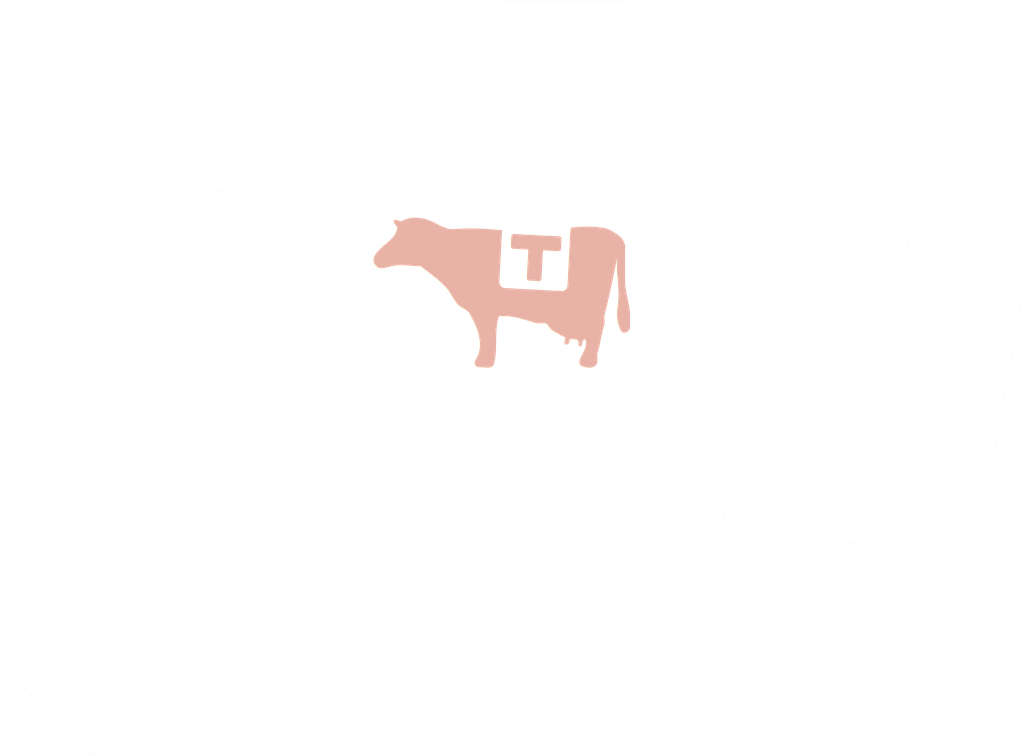
<source format=kicad_pcb>
(kicad_pcb (version 20221018) (generator pcbnew)
  (layers (0 "F.Cu" signal) (31 "B.Cu" signal) (34 "B.Paste" user) (35 "F.Paste" user) (36 "B.SilkS" user "B.Silkscreen") (37 "F.SilkS" user "F.Silkscreen") (38 "B.Mask" user) (39 "F.Mask" user) (44 "Edge.Cuts" user))
  (net 0 "")
  (footprint "MountingHole:MountingHole_3.2mm_M3" (layer "F.Cu") (at 103.357879 116.173919)
    (fp_text reference "MH6" hide)
    (fp_text value "MountingHole_3.2mm_M3" hide)
    (pad "" np_thru_hole circle (at 0 0) (size 2.2 2.2) (drill 2.2) (layers "F&B.Cu" "*.Mask"))
  )
  (footprint "MountingHole:MountingHole_3.2mm_M3" (layer "F.Cu") (at 181.357879 114.673919)
    (fp_text reference "MH7" hide)
    (fp_text value "MountingHole_3.2mm_M3" hide)
    (pad "" np_thru_hole circle (at 0 0) (size 2.2 2.2) (drill 2.2) (layers "F&B.Cu" "*.Mask"))
  )
  (footprint "MountingHole:MountingHole_3.2mm_M3" (layer "F.Cu") (at 126.857879 52.173919)
    (fp_text reference "MH2" hide)
    (fp_text value "MountingHole_3.2mm_M3" hide)
    (pad "" np_thru_hole circle (at 0 0) (size 2.2 2.2) (drill 2.2) (layers "F&B.Cu" "*.Mask"))
  )
  (footprint "MountingHole:MountingHole_3.2mm_M3" (layer "F.Cu") (at 189.179143 77.405445)
    (fp_text reference "MH2" hide)
    (fp_text value "MountingHole_3.2mm_M3" hide)
    (pad "" np_thru_hole circle (at 0 0) (size 2.2 2.2) (drill 2.2) (layers "F&B.Cu" "*.Mask"))
  )
  (gr_poly (pts (xy 135.171237 75.756151) (xy 135.364097 75.769359) (xy 135.555349 75.790798) (xy 135.744671 75.820309) (xy 135.93174 75.857731) (xy 136.17699 75.887105) (xy 136.417565 75.932769) (xy 136.653947 75.992949) (xy 136.886621 76.065871) (xy 137.116071 76.149762) (xy 137.34278 76.242847) (xy 137.567231 76.343352) (xy 137.789909 76.449504) (xy 138.672559 76.8951) (xy 138.893625 77.002876) (xy 139.115819 77.105655) (xy 139.339626 77.201663) (xy 139.565528 77.289126) (xy 139.690686 77.346619) (xy 139.818297 77.395646) (xy 139.948193 77.436773) (xy 140.080204 77.470564) (xy 140.214161 77.497584) (xy 140.349894 77.518396) (xy 140.487233 77.533565) (xy 140.626011 77.543656) (xy 140.766056 77.549232) (xy 140.9072 77.550857) (xy 141.192107 77.544516) (xy 141.479377 77.529145) (xy 141.767655 77.50926) (xy 142.625158 77.463631) (xy 143.478227 77.446748) (xy 144.327489 77.454365) (xy 145.173569 77.482239) (xy 146.017095 77.526124) (xy 146.858693 77.581776) (xy 148.538607 77.711402) (xy 148.115538 85.785955) (xy 148.114239 85.834141) (xy 148.115368 85.88182) (xy 148.118866 85.928931) (xy 148.124681 85.975412) (xy 148.132754 86.0212) (xy 148.143032 86.066235) (xy 148.155457 86.110454) (xy 148.169976 86.153796) (xy 148.186532 86.196199) (xy 148.205069 86.237601) (xy 148.225532 86.27794) (xy 148.247865 86.317155) (xy 148.272013 86.355184) (xy 148.297919 86.391965) (xy 148.32553 86.427436) (xy 148.354787 86.461536) (xy 148.385638 86.494202) (xy 148.418024 86.525373) (xy 148.451892 86.554988) (xy 148.487185 86.582984) (xy 148.523847 86.6093) (xy 148.561824 86.633873) (xy 148.601059 86.656643) (xy 148.641496 86.677547) (xy 148.683082 86.696524) (xy 148.725758 86.713512) (xy 148.769471 86.728448) (xy 148.814164 86.741272) (xy 148.859782 86.751922) (xy 148.906268 86.760335) (xy 148.953569 86.76645) (xy 149.001627 86.770205) (xy 157.797436 87.231375) (xy 157.845622 87.232673) (xy 157.893301 87.231545) (xy 157.940412 87.228046) (xy 157.986892 87.222232) (xy 158.03268 87.214158) (xy 158.077714 87.20388) (xy 158.121932 87.191454) (xy 158.165273 87.176936) (xy 158.207674 87.16038) (xy 158.249073 87.141843) (xy 158.28941 87.12138) (xy 158.328622 87.099047) (xy 158.366647 87.074899) (xy 158.403423 87.048992) (xy 158.438889 87.021382) (xy 158.472983 86.992124) (xy 158.505643 86.961274) (xy 158.536807 86.928888) (xy 158.566413 86.89502) (xy 158.5944 86.859727) (xy 158.620705 86.823065) (xy 158.645268 86.785088) (xy 158.668025 86.745853) (xy 158.688916 86.705415) (xy 158.707878 86.66383) (xy 158.72485 86.621154) (xy 158.73977 86.577441) (xy 158.752576 86.532748) (xy 158.763205 86.48713) (xy 158.771598 86.440643) (xy 158.77769 86.393343) (xy 158.781422 86.345284) (xy 159.253966 77.32802) (xy 159.690425 77.282758) (xy 160.12765 77.243391) (xy 160.566208 77.210776) (xy 161.006667 77.185774) (xy 161.449593 77.169242) (xy 161.895555 77.16204) (xy 162.345119 77.165026) (xy 162.798853 77.17906) (xy 163.605792 77.253015) (xy 163.996986 77.297094) (xy 164.190081 77.324861) (xy 164.381724 77.357951) (xy 164.572077 77.397494) (xy 164.761303 77.444617) (xy 164.949562 77.500451) (xy 165.137018 77.566125) (xy 165.323831 77.642766) (xy 165.510165 77.731505) (xy 165.696181 77.83347) (xy 165.88204 77.949791) (xy 166.372377 78.26811) (xy 166.607863 78.427892) (xy 166.721491 78.510763) (xy 166.831731 78.596697) (xy 166.938098 78.686501) (xy 167.040109 78.780981) (xy 167.137278 78.880944) (xy 167.229123 78.987197) (xy 167.315159 79.100548) (xy 167.394901 79.221803) (xy 167.432261 79.285647) (xy 167.467867 79.351769) (xy 167.501657 79.420271) (xy 167.533571 79.491253) (xy 167.753706 80.041851) (xy 167.753706 85.987832) (xy 167.804743 86.478601) (xy 167.87253 86.961631) (xy 167.953202 87.439501) (xy 168.042896 87.914792) (xy 168.2339 88.867954) (xy 168.327482 89.350984) (xy 168.414633 89.841753) (xy 168.452146 90.046961) (xy 168.482565 90.249746) (xy 168.506535 90.450268) (xy 168.524701 90.648691) (xy 168.537707 90.845176) (xy 168.546198 91.039885) (xy 168.552218 91.424623) (xy 168.524702 92.924943) (xy 168.511849 92.995891) (xy 168.494116 93.064158) (xy 168.471785 93.129641) (xy 168.445138 93.192242) (xy 168.414459 93.251857) (xy 168.380029 93.308388) (xy 168.34213 93.361733) (xy 168.301045 93.411791) (xy 168.257057 93.458462) (xy 168.210448 93.501645) (xy 168.161499 93.541239) (xy 168.110494 93.577143) (xy 168.057714 93.609257) (xy 168.003443 93.63748) (xy 167.947961 93.66171) (xy 167.891553 93.681848) (xy 167.8345 93.697792) (xy 167.777084 93.709442) (xy 167.719588 93.716697) (xy 167.662294 93.719456) (xy 167.605484 93.717619) (xy 167.549442 93.711084) (xy 167.494448 93.699751) (xy 167.440786 93.683519) (xy 167.388738 93.662287) (xy 167.338586 93.635955) (xy 167.290613 93.604422) (xy 167.2451 93.567587) (xy 167.202331 93.525349) (xy 167.162587 93.477607) (xy 167.126151 93.424261) (xy 167.093306 93.36521) (xy 166.977066 93.117434) (xy 166.875665 92.869496) (xy 166.788458 92.621236) (xy 166.714799 92.372493) (xy 166.654044 92.123104) (xy 166.605546 91.87291) (xy 166.56866 91.621748) (xy 166.542742 91.369457) (xy 166.527145 91.115877) (xy 166.521226 90.860845) (xy 166.524337 90.604202) (xy 166.535834 90.345785) (xy 166.555072 90.085433) (xy 166.581406 89.822985) (xy 166.614189 89.558279) (xy 166.652777 89.291156) (xy 166.703535 88.838171) (xy 166.733811 88.387449) (xy 166.746348 87.938667) (xy 166.743888 87.491501) (xy 166.729173 87.045628) (xy 166.704945 86.600724) (xy 166.638918 85.712533) (xy 166.567744 84.824343) (xy 166.51336 83.933566) (xy 166.499319 83.4864) (xy 166.497702 83.037618) (xy 166.511251 82.586896) (xy 166.542708 82.133912) (xy 166.461837 82.379999) (xy 166.424604 82.499796) (xy 166.391234 82.615718) (xy 166.363024 82.72648) (xy 166.351258 82.779525) (xy 166.341269 82.830799) (xy 166.333217 82.880141) (xy 166.327265 82.927392) (xy 166.323576 82.972389) (xy 166.32231 83.014974) (xy 165.907794 85.043402) (xy 165.482886 87.020236) (xy 165.037292 88.976433) (xy 164.560717 90.942949) (xy 164.54376 91.047422) (xy 164.533414 91.154152) (xy 164.52855 91.262816) (xy 164.528039 91.373091) (xy 164.535563 91.597183) (xy 164.546957 91.823846) (xy 164.553191 92.050496) (xy 164.551552 92.16301) (xy 164.545237 92.274552) (xy 164.533117 92.384799) (xy 164.514065 92.493429) (xy 164.486951 92.600118) (xy 164.470019 92.652635) (xy 164.450648 92.704545) (xy 164.371759 92.972951) (xy 164.299648 93.24119) (xy 164.171884 93.776525) (xy 164.05961 94.30926) (xy 163.955083 94.838111) (xy 163.850555 95.36179) (xy 163.738282 95.879011) (xy 163.610519 96.388486) (xy 163.538408 96.639916) (xy 163.45952 96.888928) (xy 163.440771 96.951175) (xy 163.425608 97.013985) (xy 163.413751 97.07728) (xy 163.404917 97.140977) (xy 163.395189 97.269259) (xy 163.394167 97.398186) (xy 163.399595 97.527112) (xy 163.409215 97.655394) (xy 163.432002 97.907443) (xy 163.440655 98.02992) (xy 163.444471 98.149173) (xy 163.441192 98.264556) (xy 163.428562 98.375425) (xy 163.418035 98.428965) (xy 163.404324 98.481134) (xy 163.387146 98.531853) (xy 163.36622 98.58104) (xy 163.341263 98.628614) (xy 163.311993 98.674496) (xy 163.278128 98.718604) (xy 163.239386 98.760857) (xy 163.186813 98.820217) (xy 163.132386 98.874579) (xy 163.076185 98.924103) (xy 163.018292 98.968952) (xy 162.958785 99.009287) (xy 162.897747 99.045268) (xy 162.835258 99.077057) (xy 162.771398 99.104816) (xy 162.706248 99.128705) (xy 162.639888 99.148885) (xy 162.572399 99.165519) (xy 162.503861 99.178767) (xy 162.434356 99.18879) (xy 162.363963 99.19575) (xy 162.220837 99.201124) (xy 162.075129 99.196179) (xy 161.927482 99.182206) (xy 161.778542 99.160493) (xy 161.628953 99.132332) (xy 161.479358 99.099011) (xy 161.330404 99.06182) (xy 161.036993 98.98099) (xy 160.987294 98.959082) (xy 160.941367 98.934714) (xy 160.89911 98.908007) (xy 160.860424 98.879081) (xy 160.825206 98.848058) (xy 160.793356 98.815058) (xy 160.764774 98.780203) (xy 160.739358 98.743614) (xy 160.717007 98.705411) (xy 160.69762 98.665715) (xy 160.681097 98.624648) (xy 160.667337 98.582331) (xy 160.656238 98.538884) (xy 160.6477 98.494428) (xy 160.641622 98.449085) (xy 160.637902 98.402975) (xy 160.636441 98.356219) (xy 160.637137 98.308939) (xy 160.639889 98.261255) (xy 160.644596 98.213288) (xy 160.659472 98.116989) (xy 160.680959 98.021012) (xy 160.708248 97.926322) (xy 160.740533 97.833889) (xy 160.777005 97.744679) (xy 160.816858 97.659661) (xy 161.169607 96.966345) (xy 161.341451 96.604833) (xy 161.42003 96.423187) (xy 161.491348 96.242024) (xy 161.553632 96.062151) (xy 161.605106 95.884374) (xy 161.643996 95.709502) (xy 161.668528 95.53834) (xy 161.674856 95.454402) (xy 161.676928 95.371695) (xy 161.674524 95.290319) (xy 161.667422 95.210375) (xy 161.655399 95.131964) (xy 161.638234 95.055186) (xy 161.615706 94.980143) (xy 161.587591 94.906936) (xy 161.566644 94.868825) (xy 161.545131 94.836945) (xy 161.523133 94.811074) (xy 161.50073 94.790989) (xy 161.478004 94.77647) (xy 161.455035 94.767294) (xy 161.431904 94.76324) (xy 161.408691 94.764086) (xy 161.385478 94.769609) (xy 161.362344 94.779589) (xy 161.339371 94.793803) (xy 161.31664 94.81203) (xy 161.29423 94.834048) (xy 161.272224 94.859635) (xy 161.250701 94.888569) (xy 161.229742 94.920629) (xy 161.209428 94.955592) (xy 161.189839 94.993237) (xy 161.171057 95.033342) (xy 161.153163 95.075686) (xy 161.136235 95.120046) (xy 161.120357 95.166201) (xy 161.105607 95.213929) (xy 161.092068 95.263008) (xy 161.079819 95.313217) (xy 161.068941 95.364333) (xy 161.059516 95.416135) (xy 161.051623 95.4684) (xy 161.045343 95.520909) (xy 161.040758 95.573437) (xy 161.037948 95.625764) (xy 161.036993 95.677668) (xy 161.026043 95.697973) (xy 161.013884 95.717573) (xy 161.000595 95.736407) (xy 160.986259 95.754414) (xy 160.970955 95.771535) (xy 160.954764 95.787708) (xy 160.937767 95.802874) (xy 160.920044 95.816971) (xy 160.901675 95.82994) (xy 160.882742 95.84172) (xy 160.863325 95.852251) (xy 160.843503 95.861471) (xy 160.823359 95.869321) (xy 160.802973 95.87574) (xy 160.782424 95.880668) (xy 160.761794 95.884043) (xy 160.741164 95.885807) (xy 160.720613 95.885897) (xy 160.700222 95.884255) (xy 160.680073 95.880819) (xy 160.660244 95.875528) (xy 160.640818 95.868323) (xy 160.621875 95.859143) (xy 160.603495 95.847928) (xy 160.585758 95.834616) (xy 160.568746 95.819148) (xy 160.552539 95.801463) (xy 160.537217 95.781501) (xy 160.522861 95.759201) (xy 160.509552 95.734502) (xy 160.497369 95.707345) (xy 160.486395 95.677668) (xy 160.487527 95.614527) (xy 160.490275 95.549456) (xy 160.496751 95.416107) (xy 160.498541 95.349116) (xy 160.498074 95.282775) (xy 160.494381 95.217728) (xy 160.486495 95.154619) (xy 160.473446 95.094093) (xy 160.464683 95.065) (xy 160.454266 95.036794) (xy 160.442074 95.009556) (xy 160.427987 94.983367) (xy 160.411882 94.958307) (xy 160.393639 94.934456) (xy 160.373137 94.911896) (xy 160.350255 94.890706) (xy 160.324871 94.870968) (xy 160.296865 94.852762) (xy 160.266116 94.836169) (xy 160.232502 94.821268) (xy 160.195903 94.808141) (xy 160.156197 94.796868) (xy 160.093045 94.795656) (xy 160.02763 94.792343) (xy 159.891303 94.781353) (xy 159.605697 94.755494) (xy 159.533481 94.75105) (xy 159.461585 94.748383) (xy 159.390331 94.747979) (xy 159.320042 94.750322) (xy 159.251042 94.755898) (xy 159.183653 94.765191) (xy 159.118198 94.778686) (xy 159.055 94.796868) (xy 159.073058 94.857518) (xy 159.080152 94.886926) (xy 159.085956 94.91575) (xy 159.090471 94.94401) (xy 159.093695 94.971725) (xy 159.09563 94.998917) (xy 159.096275 95.025606) (xy 159.09563 95.051811) (xy 159.093695 95.077553) (xy 159.090471 95.102852) (xy 159.085956 95.127728) (xy 159.080152 95.152202) (xy 159.073058 95.176294) (xy 159.064674 95.200024) (xy 159.055 95.223411) (xy 159.044036 95.246477) (xy 159.031783 95.269242) (xy 159.01824 95.291725) (xy 159.003406 95.313947) (xy 158.987283 95.335928) (xy 158.96987 95.357689) (xy 158.931175 95.400628) (xy 158.887321 95.442928) (xy 158.838307 95.484749) (xy 158.784133 95.526253) (xy 158.7248 95.567601) (xy 158.704145 95.576966) (xy 158.683532 95.584477) (xy 158.663001 95.590214) (xy 158.642593 95.594257) (xy 158.622347 95.596689) (xy 158.602303 95.597588) (xy 158.582503 95.597036) (xy 158.562987 95.595114) (xy 158.543794 95.591901) (xy 158.524964 95.587478) (xy 158.506539 95.581927) (xy 158.488558 95.575326) (xy 158.471062 95.567758) (xy 158.454091 95.559302) (xy 158.437685 95.55004) (xy 158.421885 95.540051) (xy 158.392261 95.518217) (xy 158.365542 95.494445) (xy 158.34205 95.469379) (xy 158.322107 95.443664) (xy 158.306036 95.417945) (xy 158.294157 95.392865) (xy 158.289891 95.380766) (xy 158.286794 95.369069) (xy 158.284906 95.357855) (xy 158.284268 95.347203) (xy 158.286713 95.284105) (xy 158.293512 95.219067) (xy 158.303857 95.152735) (xy 158.316944 95.085753) (xy 158.348115 94.952427) (xy 158.380577 94.824253) (xy 158.407878 94.706399) (xy 158.417579 94.652956) (xy 158.423572 94.604029) (xy 158.42505 94.560265) (xy 158.423844 94.540521) (xy 158.421207 94.522309) (xy 158.417038 94.505711) (xy 158.411237 94.490807) (xy 158.403703 94.477678) (xy 158.394335 94.466405) (xy 157.898836 94.216989) (xy 157.651087 94.089028) (xy 157.403339 93.957181) (xy 157.15559 93.820162) (xy 156.907841 93.676686) (xy 156.660092 93.525464) (xy 156.412342 93.36521) (xy 156.37201 93.343309) (xy 156.333471 93.318988) (xy 156.296582 93.292408) (xy 156.261204 93.263731) (xy 156.227195 93.233118) (xy 156.194414 93.20073) (xy 156.131974 93.131277) (xy 156.072756 93.056661) (xy 156.015631 92.978173) (xy 155.903151 92.814744) (xy 155.84554 92.732384) (xy 155.785511 92.651315) (xy 155.721937 92.572827) (xy 155.65369 92.498211) (xy 155.617461 92.462758) (xy 155.579641 92.428757) (xy 155.540089 92.39637) (xy 155.498663 92.365757) (xy 155.455224 92.33708) (xy 155.409629 92.3105) (xy 155.361737 92.286179) (xy 155.311409 92.264277) (xy 153.990082 92.264277) (xy 153.251348 92.04985) (xy 152.51906 91.828976) (xy 151.789346 91.615847) (xy 151.058333 91.424656) (xy 150.691129 91.341721) (xy 150.322148 91.269592) (xy 149.950906 91.210043) (xy 149.576918 91.164848) (xy 149.199702 91.13578) (xy 148.818772 91.124614) (xy 148.433645 91.133124) (xy 148.043837 91.163083) (xy 147.915427 91.618569) (xy 147.816533 92.076474) (xy 147.743123 92.536635) (xy 147.691164 92.99889) (xy 147.656624 93.463079) (xy 147.635471 93.92904) (xy 147.617196 94.865629) (xy 147.60408 95.807365) (xy 147.589377 96.279759) (xy 147.563866 96.752955) (xy 147.523516 97.226791) (xy 147.464294 97.701106) (xy 147.382168 98.175738) (xy 147.273106 98.650525) (xy 147.248973 98.729283) (xy 147.218066 98.800623) (xy 147.180707 98.864868) (xy 147.137218 98.922339) (xy 147.087922 98.97336) (xy 147.033142 99.018253) (xy 146.9732 99.05734) (xy 146.908418 99.090944) (xy 146.83912 99.119388) (xy 146.765627 99.142994) (xy 146.688263 99.162084) (xy 146.60735 99.176981) (xy 146.52321 99.188008) (xy 146.436166 99.195486) (xy 146.254657 99.20109) (xy 144.740513 99.091058) (xy 144.699892 99.079465) (xy 144.660621 99.065392) (xy 144.622758 99.048939) (xy 144.586366 99.030208) (xy 144.551505 99.009298) (xy 144.518235 98.986312) (xy 144.486616 98.961349) (xy 144.456711 98.934511) (xy 144.428578 98.905898) (xy 144.402279 98.875611) (xy 144.377875 98.843751) (xy 144.355425 98.810418) (xy 144.334991 98.775715) (xy 144.316634 98.73974) (xy 144.300413 98.702596) (xy 144.286389 98.664383) (xy 144.274624 98.625202) (xy 144.265177 98.585154) (xy 144.258109 98.544338) (xy 144.253481 98.502858) (xy 144.251353 98.460812) (xy 144.251787 98.418302) (xy 144.254842 98.375429) (xy 144.26058 98.332294) (xy 144.26906 98.288997) (xy 144.280344 98.245639) (xy 144.294491 98.202321) (xy 144.311564 98.159144) (xy 144.331622 98.116209) (xy 144.354725 98.073616) (xy 144.380936 98.031467) (xy 144.410313 97.989861) (xy 144.546529 97.761832) (xy 144.666514 97.532027) (xy 144.770815 97.300607) (xy 144.859974 97.067733) (xy 144.934537 96.833567) (xy 144.995047 96.59827) (xy 145.042049 96.362003) (xy 145.076087 96.124929) (xy 145.097706 95.887209) (xy 145.107449 95.649003) (xy 145.105863 95.410474) (xy 145.093489 95.171782) (xy 145.038561 94.694559) (xy 144.94702 94.218623) (xy 144.82322 93.745267) (xy 144.671516 93.275782) (xy 144.496264 92.81146) (xy 144.301817 92.353592) (xy 144.092531 91.903468) (xy 143.87276 91.462382) (xy 143.419184 90.612484) (xy 143.387276 90.571843) (xy 143.353533 90.53243) (xy 143.280944 90.457046) (xy 143.202222 90.38585) (xy 143.118175 90.318358) (xy 143.029608 90.254088) (xy 142.937329 90.192556) (xy 142.842145 90.13328) (xy 142.74486 90.075777) (xy 142.350858 89.853833) (xy 142.255175 89.79795) (xy 142.162231 89.740942) (xy 142.072833 89.682326) (xy 141.987788 89.62162) (xy 141.896796 89.548097) (xy 141.809472 89.472134) (xy 141.645021 89.313451) (xy 141.492823 89.146702) (xy 141.351267 88.973014) (xy 141.21874 88.793518) (xy 141.093629 88.609342) (xy 140.974323 88.421615) (xy 140.859208 88.231466) (xy 140.635106 87.848418) (xy 140.408424 87.46923) (xy 140.290085 87.283906) (xy 140.166265 87.102934) (xy 140.03535 86.927444) (xy 139.895728 86.758563) (xy 139.66609 86.514579) (xy 139.431616 86.277694) (xy 139.192626 86.047263) (xy 138.949445 85.822641) (xy 138.702395 85.603181) (xy 138.451797 85.388237) (xy 137.94125 84.969319) (xy 137.420385 84.560718) (xy 136.891781 84.157271) (xy 135.821674 83.345174) (xy 135.511965 83.340361) (xy 135.202262 83.32732) (xy 134.58287 83.284944) (xy 133.96349 83.234823) (xy 133.344116 83.193733) (xy 133.034429 83.181818) (xy 132.724742 83.178453) (xy 132.415053 83.185734) (xy 132.105361 83.205759) (xy 131.795667 83.240625) (xy 131.485969 83.292429) (xy 131.176266 83.363269) (xy 130.866558 83.455241) (xy 130.660095 83.500611) (xy 130.45365 83.549866) (xy 130.247219 83.596548) (xy 130.144005 83.616906) (xy 130.040793 83.634198) (xy 129.937581 83.647618) (xy 129.834367 83.656358) (xy 129.731153 83.65961) (xy 129.627935 83.656568) (xy 129.524715 83.646424) (xy 129.421491 83.628371) (xy 129.369878 83.616126) (xy 129.318262 83.601601) (xy 129.266646 83.584695) (xy 129.215028 83.565307) (xy 129.154073 83.52339) (xy 129.095134 83.480202) (xy 129.038292 83.435762) (xy 128.983629 83.390092) (xy 128.931224 83.343211) (xy 128.881159 83.29514) (xy 128.833513 83.245898) (xy 128.788367 83.195507) (xy 128.745802 83.143986) (xy 128.705899 83.091355) (xy 128.668738 83.037635) (xy 128.634399 82.982845) (xy 128.602963 82.927007) (xy 128.574511 82.87014) (xy 128.549123 82.812264) (xy 128.52688 82.753401) (xy 128.507863 82.693568) (xy 128.492151 82.632788) (xy 128.479826 82.57108) (xy 128.470968 82.508465) (xy 128.465657 82.444962) (xy 128.463975 82.380593) (xy 128.466002 82.315376) (xy 128.471818 82.249332) (xy 128.481504 82.182482) (xy 128.49514 82.114846) (xy 128.512808 82.046443) (xy 128.534587 81.977295) (xy 128.560558 81.90742) (xy 128.590802 81.836841) (xy 128.625399 81.765576) (xy 128.66443 81.693645) (xy 128.751408 81.541307) (xy 128.846733 81.393748) (xy 128.949721 81.250585) (xy 129.059685 81.111436) (xy 129.297803 80.843644) (xy 129.555601 80.587307) (xy 129.827595 80.33936) (xy 130.1083 80.096738) (xy 130.673908 79.615211) (xy 130.94784 79.370175) (xy 131.208546 79.118205) (xy 131.450541 78.856236) (xy 131.562808 78.720544) (xy 131.66834 78.581203) (xy 131.766452 78.437829) (xy 131.856459 78.29004) (xy 131.937674 78.137452) (xy 132.009412 77.979683) (xy 132.070988 77.816349) (xy 132.121716 77.647067) (xy 132.160911 77.471454) (xy 132.187887 77.289126) (xy 132.186933 77.278169) (xy 132.184125 77.26596) (xy 132.179543 77.252541) (xy 132.173268 77.237951) (xy 132.155961 77.205423) (xy 132.132849 77.1687) (xy 132.104576 77.128103) (xy 132.071787 77.083958) (xy 131.995237 76.986311) (xy 131.8163 76.762647) (xy 131.769943 76.702706) (xy 131.724225 76.641802) (xy 131.679792 76.580257) (xy 131.637288 76.518395) (xy 131.636106 76.49531) (xy 131.63299 76.467865) (xy 131.623534 76.403128) (xy 131.614085 76.330639) (xy 131.610976 76.293506) (xy 131.609805 76.256855) (xy 131.611216 76.221494) (xy 131.613092 76.204549) (xy 131.615856 76.188229) (xy 131.619588 76.172636) (xy 131.624369 76.157869) (xy 131.630279 76.14403) (xy 131.6374 76.131219) (xy 131.645812 76.119538) (xy 131.655596 76.109087) (xy 131.666832 76.099967) (xy 131.679601 76.092279) (xy 131.693984 76.086124) (xy 131.71006 76.081602) (xy 131.727912 76.078815) (xy 131.74762 76.077864) (xy 131.831328 76.081548) (xy 131.916816 76.091848) (xy 132.003275 76.107634) (xy 132.0899 76.127775) (xy 132.175882 76.151143) (xy 132.260416 76.176607) (xy 132.42191 76.229305) (xy 132.567926 76.276831) (xy 132.633113 76.295831) (xy 132.692009 76.310148) (xy 132.743807 76.318652) (xy 132.787702 76.320216) (xy 132.806433 76.318041) (xy 132.822885 76.313707) (xy 132.836958 76.307073) (xy 132.848551 76.297997) (xy 133.035621 76.199939) (xy 133.224942 76.112034) (xy 133.416194 76.034121) (xy 133.609054 75.96604) (xy 133.803201 75.907632) (xy 133.998313 75.858736) (xy 134.194069 75.819192) (xy 134.390146 75.78884) (xy 134.586223 75.76752) (xy 134.781978 75.755072) (xy 134.97709 75.751336)) (fill solid) (layer "B.SilkS"))
  (gr_poly (pts (xy 150.400215 78.314387) (xy 157.482052 78.685862) (xy 157.500887 78.687325) (xy 157.519425 78.689714) (xy 157.537645 78.693006) (xy 157.555525 78.697174) (xy 157.573044 78.702196) (xy 157.590178 78.708047) (xy 157.606906 78.714703) (xy 157.623207 78.722139) (xy 157.639058 78.730331) (xy 157.654438 78.739255) (xy 157.669324 78.748886) (xy 157.683695 78.759201) (xy 157.697529 78.770175) (xy 157.710804 78.781784) (xy 157.723498 78.794004) (xy 157.735588 78.806809) (xy 157.747055 78.820177) (xy 157.757874 78.834082) (xy 157.768025 78.848501) (xy 157.777485 78.863409) (xy 157.786234 78.878782) (xy 157.794247 78.894595) (xy 157.801505 78.910825) (xy 157.807985 78.927447) (xy 157.813664 78.944437) (xy 157.818522 78.96177) (xy 157.822536 78.979422) (xy 157.825685 78.99737) (xy 157.827945 79.015588) (xy 157.829297 79.034053) (xy 157.829717 79.05274) (xy 157.829184 79.071624) (xy 157.747429 80.635577) (xy 157.745966 80.654387) (xy 157.743576 80.672903) (xy 157.740285 80.691102) (xy 157.736117 80.708963) (xy 157.731095 80.726463) (xy 157.725245 80.743581) (xy 157.718591 80.760295) (xy 157.711156 80.776583) (xy 157.702965 80.792422) (xy 157.694044 80.807792) (xy 157.684415 80.82267) (xy 157.674103 80.837034) (xy 157.663132 80.850862) (xy 157.651528 80.864133) (xy 157.639314 80.876825) (xy 157.626514 80.888915) (xy 157.613153 80.900382) (xy 157.599255 80.911204) (xy 157.584844 80.921358) (xy 157.569946 80.930824) (xy 157.554583 80.939579) (xy 157.538781 80.947602) (xy 157.522563 80.95487) (xy 157.505955 80.961361) (xy 157.48898 80.967054) (xy 157.471662 80.971926) (xy 157.454027 80.975957) (xy 157.436098 80.979123) (xy 157.417899 80.981404) (xy 157.399456 80.982776) (xy 157.380792 80.983219) (xy 157.361931 80.98271) (xy 154.935702 80.855445) (xy 154.701016 85.317114) (xy 154.699553 85.335948) (xy 154.697166 85.354484) (xy 154.693879 85.372701) (xy 154.689715 85.390576) (xy 154.684699 85.408089) (xy 154.678855 85.425217) (xy 154.672208 85.441938) (xy 154.664781 85.458232) (xy 154.656598 85.474075) (xy 154.647684 85.489446) (xy 154.638064 85.504324) (xy 154.62776 85.518687) (xy 154.616798 85.532513) (xy 154.605201 85.54578) (xy 154.592994 85.558467) (xy 154.580201 85.570551) (xy 154.566845 85.582012) (xy 154.552952 85.592826) (xy 154.538545 85.602974) (xy 154.523649 85.612432) (xy 154.508288 85.621178) (xy 154.492485 85.629193) (xy 154.476266 85.636452) (xy 154.459654 85.642936) (xy 154.442673 85.648621) (xy 154.425347 85.653487) (xy 154.407702 85.657511) (xy 154.389761 85.660672) (xy 154.371547 85.662948) (xy 154.353086 85.664317) (xy 154.334402 85.664757) (xy 154.315518 85.664247) (xy 152.774586 85.583284) (xy 152.755752 85.581798) (xy 152.737216 85.579388) (xy 152.718999 85.576079) (xy 152.701123 85.571896) (xy 152.683611 85.566861) (xy 152.666483 85.561001) (xy 152.649761 85.554337) (xy 152.633468 85.546896) (xy 152.617625 85.5387) (xy 152.602253 85.529774) (xy 152.587375 85.520142) (xy 152.573012 85.509828) (xy 152.559187 85.498857) (xy 152.545919 85.487252) (xy 152.533233 85.475037) (xy 152.521148 85.462237) (xy 152.509688 85.448876) (xy 152.498873 85.434978) (xy 152.488726 85.420567) (xy 152.479268 85.405667) (xy 152.470521 85.390303) (xy 152.462507 85.374497) (xy 152.455247 85.358276) (xy 152.448763 85.341662) (xy 152.443078 85.32468) (xy 152.438212 85.307354) (xy 152.434188 85.289707) (xy 152.431027 85.271765) (xy 152.428751 85.253552) (xy 152.427382 85.235091) (xy 152.426941 85.216406) (xy 152.42745 85.197522) (xy 152.662136 80.736118) (xy 150.280094 80.61097) (xy 150.26126 80.609507) (xy 150.242724 80.60712) (xy 150.224507 80.603833) (xy 150.206632 80.599669) (xy 150.189119 80.594653) (xy 150.171991 80.588809) (xy 150.15527 80.582162) (xy 150.138977 80.574735) (xy 150.123133 80.566552) (xy 150.107762 80.557638) (xy 150.092884 80.548018) (xy 150.078521 80.537714) (xy 150.064695 80.526752) (xy 150.051428 80.515155) (xy 150.038741 80.502948) (xy 150.026657 80.490155) (xy 150.015197 80.4768) (xy 150.004382 80.462907) (xy 149.994235 80.4485) (xy 149.984777 80.433604) (xy 149.97603 80.418242) (xy 149.968016 80.40244) (xy 149.960756 80.38622) (xy 149.954273 80.369608) (xy 149.948587 80.352627) (xy 149.943722 80.335302) (xy 149.939697 80.317657) (xy 149.936537 80.299715) (xy 149.934261 80.281502) (xy 149.932892 80.26304) (xy 149.932451 80.244356) (xy 149.932961 80.225472) (xy 150.014717 78.66152) (xy 150.016181 78.642686) (xy 150.01857 78.62415) (xy 150.021861 78.605933) (xy 150.026029 78.588057) (xy 150.031051 78.570545) (xy 150.036901 78.553417) (xy 150.043555 78.536695) (xy 150.05099 78.520402) (xy 150.05918 78.504559) (xy 150.068102 78.489187) (xy 150.077731 78.474309) (xy 150.088043 78.459946) (xy 150.099013 78.44612) (xy 150.110618 78.432853) (xy 150.122832 78.420167) (xy 150.135632 78.408082) (xy 150.148993 78.396622) (xy 150.162891 78.385807) (xy 150.177301 78.37566) (xy 150.1922 78.366202) (xy 150.207562 78.357455) (xy 150.223365 78.349441) (xy 150.239582 78.342182) (xy 150.256191 78.335698) (xy 150.273166 78.330013) (xy 150.290483 78.325147) (xy 150.308119 78.321123) (xy 150.326048 78.317962) (xy 150.344247 78.315687) (xy 150.36269 78.314318) (xy 150.381355 78.313877)) (fill solid) (layer "B.SilkS"))
  (gr_poly (pts (xy 150.362923 78.337954) (xy 157.44476 78.709429) (xy 157.463595 78.710892) (xy 157.482133 78.713281) (xy 157.500353 78.716573) (xy 157.518233 78.720741) (xy 157.535752 78.725763) (xy 157.552886 78.731614) (xy 157.569614 78.73827) (xy 157.585915 78.745706) (xy 157.601766 78.753898) (xy 157.617146 78.762822) (xy 157.632032 78.772453) (xy 157.646403 78.782768) (xy 157.660237 78.793742) (xy 157.673512 78.805351) (xy 157.686206 78.817571) (xy 157.698296 78.830376) (xy 157.709763 78.843744) (xy 157.720582 78.857649) (xy 157.730733 78.872068) (xy 157.740193 78.886976) (xy 157.748942 78.902349) (xy 157.756955 78.918162) (xy 157.764213 78.934392) (xy 157.770693 78.951014) (xy 157.776372 78.968004) (xy 157.78123 78.985337) (xy 157.785244 79.002989) (xy 157.788393 79.020937) (xy 157.790653 79.039155) (xy 157.792005 79.05762) (xy 157.792425 79.076307) (xy 157.791892 79.095191) (xy 157.710137 80.659144) (xy 157.708674 80.677954) (xy 157.706284 80.69647) (xy 157.702993 80.714669) (xy 157.698825 80.73253) (xy 157.693803 80.75003) (xy 157.687953 80.767148) (xy 157.681299 80.783862) (xy 157.673864 80.80015) (xy 157.665673 80.815989) (xy 157.656752 80.831359) (xy 157.647123 80.846237) (xy 157.636811 80.860601) (xy 157.62584 80.874429) (xy 157.614236 80.8877) (xy 157.602022 80.900392) (xy 157.589222 80.912482) (xy 157.575861 80.923949) (xy 157.561963 80.934771) (xy 157.547552 80.944925) (xy 157.532654 80.954391) (xy 157.517291 80.963146) (xy 157.501489 80.971169) (xy 157.485271 80.978437) (xy 157.468663 80.984928) (xy 157.451688 80.990621) (xy 157.43437 80.995493) (xy 157.416735 80.999524) (xy 157.398806 81.00269) (xy 157.380607 81.004971) (xy 157.362164 81.006343) (xy 157.3435 81.006786) (xy 157.324639 81.006277) (xy 154.89841 80.879012) (xy 154.663724 85.340681) (xy 154.662261 85.359515) (xy 154.659874 85.378051) (xy 154.656587 85.396268) (xy 154.652423 85.414143) (xy 154.647407 85.431656) (xy 154.641563 85.448784) (xy 154.634916 85.465505) (xy 154.627489 85.481799) (xy 154.619306 85.497642) (xy 154.610392 85.513013) (xy 154.600772 85.527891) (xy 154.590468 85.542254) (xy 154.579506 85.55608) (xy 154.567909 85.569347) (xy 154.555702 85.582034) (xy 154.542909 85.594118) (xy 154.529553 85.605579) (xy 154.51566 85.616393) (xy 154.501253 85.626541) (xy 154.486357 85.635999) (xy 154.470996 85.644745) (xy 154.455193 85.65276) (xy 154.438974 85.660019) (xy 154.422362 85.666503) (xy 154.405381 85.672188) (xy 154.388055 85.677054) (xy 154.37041 85.681078) (xy 154.352469 85.684239) (xy 154.334255 85.686515) (xy 154.315794 85.687884) (xy 154.29711 85.688324) (xy 154.278226 85.687814) (xy 152.737294 85.606851) (xy 152.71846 85.605365) (xy 152.699924 85.602955) (xy 152.681707 85.599646) (xy 152.663831 85.595463) (xy 152.646319 85.590428) (xy 152.629191 85.584568) (xy 152.612469 85.577904) (xy 152.596176 85.570463) (xy 152.580333 85.562267) (xy 152.564961 85.553341) (xy 152.550083 85.543709) (xy 152.53572 85.533395) (xy 152.521895 85.522424) (xy 152.508627 85.510819) (xy 152.495941 85.498604) (xy 152.483856 85.485804) (xy 152.472396 85.472443) (xy 152.461581 85.458545) (xy 152.451434 85.444134) (xy 152.441976 85.429234) (xy 152.433229 85.41387) (xy 152.425215 85.398064) (xy 152.417955 85.381843) (xy 152.411471 85.365229) (xy 152.405786 85.348247) (xy 152.40092 85.330921) (xy 152.396896 85.313274) (xy 152.393735 85.295332) (xy 152.391459 85.277119) (xy 152.39009 85.258658) (xy 152.389649 85.239973) (xy 152.390158 85.221089) (xy 152.624844 80.759685) (xy 150.242802 80.634537) (xy 150.223968 80.633074) (xy 150.205432 80.630687) (xy 150.187215 80.6274) (xy 150.16934 80.623236) (xy 150.151827 80.61822) (xy 150.134699 80.612376) (xy 150.117978 80.605729) (xy 150.101685 80.598302) (xy 150.085841 80.590119) (xy 150.07047 80.581205) (xy 150.055592 80.571585) (xy 150.041229 80.561281) (xy 150.027403 80.550319) (xy 150.014136 80.538722) (xy 150.001449 80.526515) (xy 149.989365 80.513722) (xy 149.977905 80.500367) (xy 149.96709 80.486474) (xy 149.956943 80.472067) (xy 149.947485 80.457171) (xy 149.938738 80.441809) (xy 149.930724 80.426007) (xy 149.923464 80.409787) (xy 149.916981 80.393175) (xy 149.911295 80.376194) (xy 149.90643 80.358869) (xy 149.902405 80.341224) (xy 149.899245 80.323282) (xy 149.896969 80.305069) (xy 149.8956 80.286607) (xy 149.895159 80.267923) (xy 149.895669 80.249039) (xy 149.977425 78.685087) (xy 149.978889 78.666253) (xy 149.981278 78.647717) (xy 149.984569 78.6295) (xy 149.988737 78.611624) (xy 149.993759 78.594112) (xy 149.999609 78.576984) (xy 150.006263 78.560262) (xy 150.013698 78.543969) (xy 150.021888 78.528126) (xy 150.03081 78.512754) (xy 150.040439 78.497876) (xy 150.050751 78.483513) (xy 150.061721 78.469687) (xy 150.073326 78.45642) (xy 150.08554 78.443734) (xy 150.09834 78.431649) (xy 150.111701 78.420189) (xy 150.125599 78.409374) (xy 150.140009 78.399227) (xy 150.154908 78.389769) (xy 150.17027 78.381022) (xy 150.186073 78.373008) (xy 150.20229 78.365749) (xy 150.218899 78.359265) (xy 150.235874 78.35358) (xy 150.253191 78.348714) (xy 150.270827 78.34469) (xy 150.288756 78.341529) (xy 150.306955 78.339254) (xy 150.325398 78.337885) (xy 150.344063 78.337444)) (fill solid) (layer "F.SilkS"))
  (gr_poly (pts (xy 135.133945 75.779718) (xy 135.326805 75.792926) (xy 135.518057 75.814365) (xy 135.707379 75.843876) (xy 135.894448 75.881298) (xy 136.139698 75.910672) (xy 136.380273 75.956336) (xy 136.616655 76.016516) (xy 136.849329 76.089438) (xy 137.078779 76.173329) (xy 137.305488 76.266414) (xy 137.529939 76.366919) (xy 137.752617 76.473071) (xy 138.635267 76.918667) (xy 138.856333 77.026443) (xy 139.078527 77.129222) (xy 139.302334 77.22523) (xy 139.528236 77.312693) (xy 139.653394 77.370186) (xy 139.781005 77.419213) (xy 139.910901 77.46034) (xy 140.042912 77.494131) (xy 140.176869 77.521151) (xy 140.312602 77.541963) (xy 140.449941 77.557132) (xy 140.588719 77.567223) (xy 140.728764 77.572799) (xy 140.869908 77.574424) (xy 141.154815 77.568083) (xy 141.442085 77.552712) (xy 141.730363 77.532827) (xy 142.587866 77.487198) (xy 143.440935 77.470315) (xy 144.290197 77.477932) (xy 145.136277 77.505806) (xy 145.979803 77.549691) (xy 146.821401 77.605343) (xy 148.501315 77.734969) (xy 148.078246 85.809522) (xy 148.076947 85.857708) (xy 148.078076 85.905387) (xy 148.081574 85.952498) (xy 148.087389 85.998979) (xy 148.095462 86.044767) (xy 148.10574 86.089802) (xy 148.118165 86.134021) (xy 148.132684 86.177363) (xy 148.14924 86.219766) (xy 148.167777 86.261168) (xy 148.18824 86.301507) (xy 148.210573 86.340722) (xy 148.234721 86.378751) (xy 148.260627 86.415532) (xy 148.288238 86.451003) (xy 148.317495 86.485103) (xy 148.348346 86.517769) (xy 148.380732 86.54894) (xy 148.4146 86.578555) (xy 148.449893 86.606551) (xy 148.486555 86.632867) (xy 148.524532 86.65744) (xy 148.563767 86.68021) (xy 148.604204 86.701114) (xy 148.64579 86.720091) (xy 148.688466 86.737079) (xy 148.732179 86.752015) (xy 148.776872 86.764839) (xy 148.82249 86.775489) (xy 148.868976 86.783902) (xy 148.916277 86.790017) (xy 148.964335 86.793772) (xy 157.760144 87.254942) (xy 157.80833 87.25624) (xy 157.856009 87.255112) (xy 157.90312 87.251613) (xy 157.9496 87.245799) (xy 157.995388 87.237725) (xy 158.040422 87.227447) (xy 158.08464 87.215021) (xy 158.127981 87.200503) (xy 158.170382 87.183947) (xy 158.211781 87.16541) (xy 158.252118 87.144947) (xy 158.29133 87.122614) (xy 158.329355 87.098466) (xy 158.366131 87.072559) (xy 158.401597 87.044949) (xy 158.435691 87.015691) (xy 158.468351 86.984841) (xy 158.499515 86.952455) (xy 158.529121 86.918587) (xy 158.557108 86.883294) (xy 158.583413 86.846632) (xy 158.607976 86.808655) (xy 158.630733 86.76942) (xy 158.651624 86.728982) (xy 158.670586 86.687397) (xy 158.687558 86.644721) (xy 158.702478 86.601008) (xy 158.715284 86.556315) (xy 158.725913 86.510697) (xy 158.734306 86.46421) (xy 158.740398 86.41691) (xy 158.74413 86.368851) (xy 159.216674 77.351587) (xy 159.653133 77.306325) (xy 160.090358 77.266958) (xy 160.528916 77.234343) (xy 160.969375 77.209341) (xy 161.412301 77.192809) (xy 161.858263 77.185607) (xy 162.307827 77.188593) (xy 162.761561 77.202627) (xy 163.5685 77.276582) (xy 163.959694 77.320661) (xy 164.152789 77.348428) (xy 164.344432 77.381518) (xy 164.534785 77.421061) (xy 164.724011 77.468184) (xy 164.91227 77.524018) (xy 165.099726 77.589692) (xy 165.286539 77.666333) (xy 165.472873 77.755072) (xy 165.658889 77.857037) (xy 165.844748 77.973358) (xy 166.335085 78.291677) (xy 166.570571 78.451459) (xy 166.684199 78.53433) (xy 166.794439 78.620264) (xy 166.900806 78.710068) (xy 167.002817 78.804548) (xy 167.099986 78.904511) (xy 167.191831 79.010764) (xy 167.277867 79.124115) (xy 167.357609 79.24537) (xy 167.394969 79.309214) (xy 167.430575 79.375336) (xy 167.464365 79.443838) (xy 167.496279 79.51482) (xy 167.716414 80.065418) (xy 167.716414 86.011399) (xy 167.767451 86.502168) (xy 167.835238 86.985198) (xy 167.91591 87.463068) (xy 168.005604 87.938359) (xy 168.196608 88.891521) (xy 168.29019 89.374551) (xy 168.377341 89.86532) (xy 168.414854 90.070528) (xy 168.445273 90.273313) (xy 168.469243 90.473835) (xy 168.487409 90.672258) (xy 168.500415 90.868743) (xy 168.508906 91.063452) (xy 168.514926 91.44819) (xy 168.48741 92.94851) (xy 168.474557 93.019458) (xy 168.456824 93.087725) (xy 168.434493 93.153208) (xy 168.407846 93.215809) (xy 168.377167 93.275424) (xy 168.342737 93.331955) (xy 168.304838 93.3853) (xy 168.263753 93.435358) (xy 168.219765 93.482029) (xy 168.173156 93.525212) (xy 168.124207 93.564806) (xy 168.073202 93.60071) (xy 168.020422 93.632824) (xy 167.966151 93.661047) (xy 167.910669 93.685277) (xy 167.854261 93.705415) (xy 167.797208 93.721359) (xy 167.739792 93.733009) (xy 167.682296 93.740264) (xy 167.625002 93.743023) (xy 167.568192 93.741186) (xy 167.51215 93.734651) (xy 167.457156 93.723318) (xy 167.403494 93.707086) (xy 167.351446 93.685854) (xy 167.301294 93.659522) (xy 167.253321 93.627989) (xy 167.207808 93.591154) (xy 167.165039 93.548916) (xy 167.125295 93.501174) (xy 167.088859 93.447828) (xy 167.056014 93.388777) (xy 166.939774 93.141001) (xy 166.838373 92.893063) (xy 166.751166 92.644803) (xy 166.677507 92.39606) (xy 166.616752 92.146671) (xy 166.568254 91.896477) (xy 166.531368 91.645315) (xy 166.50545 91.393024) (xy 166.489853 91.139444) (xy 166.483934 90.884412) (xy 166.487045 90.627769) (xy 166.498542 90.369352) (xy 166.51778 90.109) (xy 166.544114 89.846552) (xy 166.576897 89.581846) (xy 166.615485 89.314723) (xy 166.666243 88.861738) (xy 166.696519 88.411016) (xy 166.709056 87.962234) (xy 166.706596 87.515068) (xy 166.691881 87.069195) (xy 166.667653 86.624291) (xy 166.601626 85.7361) (xy 166.530452 84.84791) (xy 166.476068 83.957133) (xy 166.462027 83.509967) (xy 166.46041 83.061185) (xy 166.473959 82.610463) (xy 166.505416 82.157479) (xy 166.424545 82.403566) (xy 166.387312 82.523363) (xy 166.353942 82.639285) (xy 166.325732 82.750047) (xy 166.313966 82.803092) (xy 166.303977 82.854366) (xy 166.295925 82.903708) (xy 166.289973 82.950959) (xy 166.286284 82.995956) (xy 166.285018 83.038541) (xy 165.870502 85.066969) (xy 165.445594 87.043803) (xy 165 89) (xy 164.523425 90.966516) (xy 164.506468 91.070989) (xy 164.496122 91.177719) (xy 164.491258 91.286383) (xy 164.490747 91.396658) (xy 164.498271 91.62075) (xy 164.509665 91.847413) (xy 164.515899 92.074063) (xy 164.51426 92.186577) (xy 164.507945 92.298119) (xy 164.495825 92.408366) (xy 164.476773 92.516996) (xy 164.449659 92.623685) (xy 164.432727 92.676202) (xy 164.413356 92.728112) (xy 164.334467 92.996518) (xy 164.262356 93.264757) (xy 164.134592 93.800092) (xy 164.022318 94.332827) (xy 163.917791 94.861678) (xy 163.813263 95.385357) (xy 163.70099 95.902578) (xy 163.573227 96.412053) (xy 163.501116 96.663483) (xy 163.422228 96.912495) (xy 163.403479 96.974742) (xy 163.388316 97.037552) (xy 163.376459 97.100847) (xy 163.367625 97.164544) (xy 163.357897 97.292826) (xy 163.356875 97.421753) (xy 163.362303 97.550679) (xy 163.371923 97.678961) (xy 163.39471 97.93101) (xy 163.403363 98.053487) (xy 163.407179 98.17274) (xy 163.4039 98.288123) (xy 163.39127 98.398992) (xy 163.380743 98.452532) (xy 163.367032 98.504701) (xy 163.349854 98.55542) (xy 163.328928 98.604607) (xy 163.303971 98.652181) (xy 163.274701 98.698063) (xy 163.240836 98.742171) (xy 163.202094 98.784424) (xy 163.149521 98.843784) (xy 163.095094 98.898146) (xy 163.038893 98.94767) (xy 162.981 98.992519) (xy 162.921493 99.032854) (xy 162.860455 99.068835) (xy 162.797966 99.100624) (xy 162.734106 99.128383) (xy 162.668956 99.152272) (xy 162.602596 99.172452) (xy 162.535107 99.189086) (xy 162.466569 99.202334) (xy 162.397064 99.212357) (xy 162.326671 99.219317) (xy 162.183545 99.224691) (xy 162.037837 99.219746) (xy 161.89019 99.205773) (xy 161.74125 99.18406) (xy 161.591661 99.155899) (xy 161.442066 99.122578) (xy 161.293112 99.085387) (xy 160.999701 99.004557) (xy 160.950002 98.982649) (xy 160.904075 98.958281) (xy 160.861818 98.931574) (xy 160.823132 98.902648) (xy 160.787914 98.871625) (xy 160.756064 98.838625) (xy 160.727482 98.80377) (xy 160.702066 98.767181) (xy 160.679715 98.728978) (xy 160.660328 98.689282) (xy 160.643805 98.648215) (xy 160.630045 98.605898) (xy 160.618946 98.562451) (xy 160.610408 98.517995) (xy 160.60433 98.472652) (xy 160.60061 98.426542) (xy 160.599149 98.379786) (xy 160.599845 98.332506) (xy 160.602597 98.284822) (xy 160.607304 98.236855) (xy 160.62218 98.140556) (xy 160.643667 98.044579) (xy 160.670956 97.949889) (xy 160.703241 97.857456) (xy 160.739713 97.768246) (xy 160.779566 97.683228) (xy 161.132315 96.989912) (xy 161.304159 96.6284) (xy 161.382738 96.446754) (xy 161.454056 96.265591) (xy 161.51634 96.085718) (xy 161.567814 95.907941) (xy 161.606704 95.733069) (xy 161.631236 95.561907) (xy 161.637564 95.477969) (xy 161.639636 95.395262) (xy 161.637232 95.313886) (xy 161.63013 95.233942) (xy 161.618107 95.155531) (xy 161.600942 95.078753) (xy 161.578414 95.00371) (xy 161.550299 94.930503) (xy 161.529352 94.892392) (xy 161.507839 94.860512) (xy 161.485841 94.834641) (xy 161.463438 94.814556) (xy 161.440712 94.800037) (xy 161.417743 94.790861) (xy 161.394612 94.786807) (xy 161.371399 94.787653) (xy 161.348186 94.793176) (xy 161.325052 94.803156) (xy 161.302079 94.81737) (xy 161.279348 94.835597) (xy 161.256938 94.857615) (xy 161.234932 94.883202) (xy 161.213409 94.912136) (xy 161.19245 94.944196) (xy 161.172136 94.979159) (xy 161.152547 95.016804) (xy 161.133765 95.056909) (xy 161.115871 95.099253) (xy 161.098943 95.143613) (xy 161.083065 95.189768) (xy 161.068315 95.237496) (xy 161.054776 95.286575) (xy 161.042527 95.336784) (xy 161.031649 95.3879) (xy 161.022224 95.439702) (xy 161.014331 95.491967) (xy 161.008051 95.544476) (xy 161.003466 95.597004) (xy 161.000656 95.649331) (xy 160.999701 95.701235) (xy 160.988751 95.72154) (xy 160.976592 95.74114) (xy 160.963303 95.759974) (xy 160.948967 95.777981) (xy 160.933663 95.795102) (xy 160.917472 95.811275) (xy 160.900475 95.826441) (xy 160.882752 95.840538) (xy 160.864383 95.853507) (xy 160.84545 95.865287) (xy 160.826033 95.875818) (xy 160.806211 95.885038) (xy 160.786067 95.892888) (xy 160.765681 95.899307) (xy 160.745132 95.904235) (xy 160.724502 95.90761) (xy 160.703872 95.909374) (xy 160.683321 95.909464) (xy 160.66293 95.907822) (xy 160.642781 95.904386) (xy 160.622952 95.899095) (xy 160.603526 95.89189) (xy 160.584583 95.88271) (xy 160.566203 95.871495) (xy 160.548466 95.858183) (xy 160.531454 95.842715) (xy 160.515247 95.82503) (xy 160.499925 95.805068) (xy 160.485569 95.782768) (xy 160.47226 95.758069) (xy 160.460077 95.730912) (xy 160.449103 95.701235) (xy 160.450235 95.638094) (xy 160.452983 95.573023) (xy 160.459459 95.439674) (xy 160.461249 95.372683) (xy 160.460782 95.306342) (xy 160.457089 95.241295) (xy 160.449203 95.178186) (xy 160.436154 95.11766) (xy 160.427391 95.088567) (xy 160.416974 95.060361) (xy 160.404782 95.033123) (xy 160.390695 95.006934) (xy 160.37459 94.981874) (xy 160.356347 94.958023) (xy 160.335845 94.935463) (xy 160.312963 94.914273) (xy 160.287579 94.894535) (xy 160.259573 94.876329) (xy 160.228824 94.859736) (xy 160.19521 94.844835) (xy 160.158611 94.831708) (xy 160.118905 94.820435) (xy 160.055753 94.819223) (xy 159.990338 94.81591) (xy 159.854011 94.80492) (xy 159.568405 94.779061) (xy 159.496189 94.774617) (xy 159.424293 94.77195) (xy 159.353039 94.771546) (xy 159.28275 94.773889) (xy 159.21375 94.779465) (xy 159.146361 94.788758) (xy 159.080906 94.802253) (xy 159.017708 94.820435) (xy 159.035766 94.881085) (xy 159.04286 94.910493) (xy 159.048664 94.939317) (xy 159.053179 94.967577) (xy 159.056403 94.995292) (xy 159.058338 95.022484) (xy 159.058983 95.049173) (xy 159.058338 95.075378) (xy 159.056403 95.10112) (xy 159.053179 95.126419) (xy 159.048664 95.151295) (xy 159.04286 95.175769) (xy 159.035766 95.199861) (xy 159.027382 95.223591) (xy 159.017708 95.246978) (xy 159.006744 95.270044) (xy 158.994491 95.292809) (xy 158.980948 95.315292) (xy 158.966114 95.337514) (xy 158.949991 95.359495) (xy 158.932578 95.381256) (xy 158.893883 95.424195) (xy 158.850029 95.466495) (xy 158.801015 95.508316) (xy 158.746841 95.54982) (xy 158.687508 95.591168) (xy 158.666853 95.600533) (xy 158.64624 95.608044) (xy 158.625709 95.613781) (xy 158.605301 95.617824) (xy 158.585055 95.620256) (xy 158.565011 95.621155) (xy 158.545211 95.620603) (xy 158.525695 95.618681) (xy 158.506502 95.615468) (xy 158.487672 95.611045) (xy 158.469247 95.605494) (xy 158.451266 95.598893) (xy 158.43377 95.591325) (xy 158.416799 95.582869) (xy 158.400393 95.573607) (xy 158.384593 95.563618) (xy 158.354969 95.541784) (xy 158.32825 95.518012) (xy 158.304758 95.492946) (xy 158.284815 95.467231) (xy 158.268744 95.441512) (xy 158.256865 95.416432) (xy 158.252599 95.404333) (xy 158.249502 95.392636) (xy 158.247614 95.381422) (xy 158.246976 95.37077) (xy 158.249421 95.307672) (xy 158.25622 95.242634) (xy 158.266565 95.176302) (xy 158.279652 95.10932) (xy 158.310823 94.975994) (xy 158.343285 94.84782) (xy 158.370586 94.729966) (xy 158.380287 94.676523) (xy 158.38628 94.627596) (xy 158.387758 94.583832) (xy 158.386552 94.564088) (xy 158.383915 94.545876) (xy 158.379746 94.529278) (xy 158.373945 94.514374) (xy 158.366411 94.501245) (xy 158.357043 94.489972) (xy 157.861544 94.240556) (xy 157.613795 94.112595) (xy 157.366047 93.980748) (xy 157.118298 93.843729) (xy 156.870549 93.700253) (xy 156.6228 93.549031) (xy 156.37505 93.388777) (xy 156.334718 93.366876) (xy 156.296179 93.342555) (xy 156.25929 93.315975) (xy 156.223912 93.287298) (xy 156.189903 93.256685) (xy 156.157122 93.224297) (xy 156.094682 93.154844) (xy 156.035464 93.080228) (xy 155.978339 93.00174) (xy 155.865859 92.838311) (xy 155.808248 92.755951) (xy 155.748219 92.674882) (xy 155.684645 92.596394) (xy 155.616398 92.521778) (xy 155.580169 92.486325) (xy 155.542349 92.452324) (xy 155.502797 92.419937) (xy 155.461371 92.389324) (xy 155.417932 92.360647) (xy 155.372337 92.334067) (xy 155.324445 92.309746) (xy 155.274117 92.287844) (xy 153.95279 92.287844) (xy 153.214056 92.073417) (xy 152.481768 91.852543) (xy 151.752054 91.639414) (xy 151.021041 91.448223) (xy 150.653837 91.365288) (xy 150.284856 91.293159) (xy 149.913614 91.23361) (xy 149.539626 91.188415) (xy 149.16241 91.159347) (xy 148.78148 91.148181) (xy 148.396353 91.156691) (xy 148.006545 91.18665) (xy 147.878135 91.642136) (xy 147.779241 92.100041) (xy 147.705831 92.560202) (xy 147.653872 93.022457) (xy 147.619332 93.486646) (xy 147.598179 93.952607) (xy 147.579904 94.889196) (xy 147.566788 95.830932) (xy 147.552085 96.303326) (xy 147.526574 96.776522) (xy 147.486224 97.250358) (xy 147.427002 97.724673) (xy 147.344876 98.199305) (xy 147.235814 98.674092) (xy 147.211681 98.75285) (xy 147.180774 98.82419) (xy 147.143415 98.888435) (xy 147.099926 98.945906) (xy 147.05063 98.996927) (xy 146.99585 99.04182) (xy 146.935908 99.080907) (xy 146.871126 99.114511) (xy 146.801828 99.142955) (xy 146.728335 99.166561) (xy 146.650971 99.185651) (xy 146.570058 99.200548) (xy 146.485918 99.211575) (xy 146.398874 99.219053) (xy 146.217365 99.224657) (xy 144.703221 99.114625) (xy 144.6626 99.103032) (xy 144.623329 99.088959) (xy 144.585466 99.072506) (xy 144.549074 99.053775) (xy 144.514213 99.032865) (xy 144.480943 99.009879) (xy 144.449324 98.984916) (xy 144.419419 98.958078) (xy 144.391286 98.929465) (xy 144.364987 98.899178) (xy 144.340583 98.867318) (xy 144.318133 98.833985) (xy 144.297699 98.799282) (xy 144.279342 98.763307) (xy 144.263121 98.726163) (xy 144.249097 98.68795) (xy 144.237332 98.648769) (xy 144.227885 98.608721) (xy 144.220817 98.567905) (xy 144.216189 98.526425) (xy 144.214061 98.484379) (xy 144.214495 98.441869) (xy 144.21755 98.398996) (xy 144.223288 98.355861) (xy 144.231768 98.312564) (xy 144.243052 98.269206) (xy 144.257199 98.225888) (xy 144.274272 98.182711) (xy 144.29433 98.139776) (xy 144.317433 98.097183) (xy 144.343644 98.055034) (xy 144.373021 98.013428) (xy 144.509237 97.785399) (xy 144.629222 97.555594) (xy 144.733523 97.324174) (xy 144.822682 97.0913) (xy 144.897245 96.857134) (xy 144.957755 96.621837) (xy 145.004757 96.38557) (xy 145.038795 96.148496) (xy 145.060414 95.910776) (xy 145.070157 95.67257) (xy 145.068571 95.434041) (xy 145.056197 95.195349) (xy 145.001269 94.718126) (xy 144.909728 94.24219) (xy 144.785928 93.768834) (xy 144.634224 93.299349) (xy 144.458972 92.835027) (xy 144.264525 92.377159) (xy 144.055239 91.927035) (xy 143.835468 91.485949) (xy 143.381892 90.636051) (xy 143.349984 90.59541) (xy 143.316241 90.555997) (xy 143.243652 90.480613) (xy 143.16493 90.409417) (xy 143.080883 90.341925) (xy 142.992316 90.277655) (xy 142.900037 90.216123) (xy 142.804853 90.156847) (xy 142.707568 90.099344) (xy 142.313566 89.8774) (xy 142.217883 89.821517) (xy 142.124939 89.764509) (xy 142.035541 89.705893) (xy 141.950496 89.645187) (xy 141.859504 89.571664) (xy 141.77218 89.495701) (xy 141.607729 89.337018) (xy 141.455531 89.170269) (xy 141.313975 88.996581) (xy 141.181448 88.817085) (xy 141.056337 88.632909) (xy 140.937031 88.445182) (xy 140.821916 88.255033) (xy 140.597814 87.871985) (xy 140.371132 87.492797) (xy 140.252793 87.307473) (xy 140.128973 87.126501) (xy 139.998058 86.951011) (xy 139.858436 86.78213) (xy 139.628798 86.538146) (xy 139.394324 86.301261) (xy 139.155334 86.07083) (xy 138.912153 85.846208) (xy 138.665103 85.626748) (xy 138.414505 85.411804) (xy 137.903958 84.992886) (xy 137.383093 84.584285) (xy 136.854489 84.180838) (xy 135.784382 83.368741) (xy 135.474673 83.363928) (xy 135.16497 83.350887) (xy 134.545578 83.308511) (xy 133.926198 83.25839) (xy 133.306824 83.2173) (xy 132.997137 83.205385) (xy 132.68745 83.20202) (xy 132.377761 83.209301) (xy 132.068069 83.229326) (xy 131.758375 83.264192) (xy 131.448677 83.315996) (xy 131.138974 83.386836) (xy 130.829266 83.478808) (xy 130.622803 83.524178) (xy 130.416358 83.573433) (xy 130.209927 83.620115) (xy 130.106713 83.640473) (xy 130.003501 83.657765) (xy 129.900289 83.671185) (xy 129.797075 83.679925) (xy 129.693861 83.683177) (xy 129.590643 83.680135) (xy 129.487423 83.669991) (xy 129.384199 83.651938) (xy 129.332586 83.639693) (xy 129.28097 83.625168) (xy 129.229354 83.608262) (xy 129.177736 83.588874) (xy 129.116781 83.546957) (xy 129.057842 83.503769) (xy 129.001 83.459329) (xy 128.946337 83.413659) (xy 128.893932 83.366778) (xy 128.843867 83.318707) (xy 128.796221 83.269465) (xy 128.751075 83.219074) (xy 128.70851 83.167553) (xy 128.668607 83.114922) (xy 128.631446 83.061202) (xy 128.597107 83.006412) (xy 128.565671 82.950574) (xy 128.537219 82.893707) (xy 128.511831 82.835831) (xy 128.489588 82.776968) (xy 128.470571 82.717135) (xy 128.454859 82.656355) (xy 128.442534 82.594647) (xy 128.433676 82.532032) (xy 128.428365 82.468529) (xy 128.426683 82.40416) (xy 128.42871 82.338943) (xy 128.434526 82.272899) (xy 128.444212 82.206049) (xy 128.457848 82.138413) (xy 128.475516 82.07001) (xy 128.497295 82.000862) (xy 128.523266 81.930987) (xy 128.55351 81.860408) (xy 128.588107 81.789143) (xy 128.627138 81.717212) (xy 128.714116 81.564874) (xy 128.809441 81.417315) (xy 128.912429 81.274152) (xy 129.022393 81.135003) (xy 129.260511 80.867211) (xy 129.518309 80.610874) (xy 129.790303 80.362927) (xy 130.071008 80.120305) (xy 130.636616 79.638778) (xy 130.910548 79.393742) (xy 131.171254 79.141772) (xy 131.413249 78.879803) (xy 131.525516 78.744111) (xy 131.631048 78.60477) (xy 131.72916 78.461396) (xy 131.819167 78.313607) (xy 131.900382 78.161019) (xy 131.97212 78.00325) (xy 132.033696 77.839916) (xy 132.084424 77.670634) (xy 132.123619 77.495021) (xy 132.150595 77.312693) (xy 132.149641 77.301736) (xy 132.146833 77.289527) (xy 132.142251 77.276108) (xy 132.135976 77.261518) (xy 132.118669 77.22899) (xy 132.095557 77.192267) (xy 132.067284 77.15167) (xy 132.034495 77.107525) (xy 131.957945 77.009878) (xy 131.779008 76.786214) (xy 131.732651 76.726273) (xy 131.686933 76.665369) (xy 131.6425 76.603824) (xy 131.599996 76.541962) (xy 131.598814 76.518877) (xy 131.595698 76.491432) (xy 131.586242 76.426695) (xy 131.576793 76.354206) (xy 131.573684 76.317073) (xy 131.572513 76.280422) (xy 131.573924 76.245061) (xy 131.5758 76.228116) (xy 131.578564 76.211796) (xy 131.582296 76.196203) (xy 131.587077 76.181436) (xy 131.592987 76.167597) (xy 131.600108 76.154786) (xy 131.60852 76.143105) (xy 131.618304 76.132654) (xy 131.62954 76.123534) (xy 131.642309 76.115846) (xy 131.656692 76.109691) (xy 131.672768 76.105169) (xy 131.69062 76.102382) (xy 131.710328 76.101431) (xy 131.794036 76.105115) (xy 131.879524 76.115415) (xy 131.965983 76.131201) (xy 132.052608 76.151342) (xy 132.13859 76.17471) (xy 132.223124 76.200174) (xy 132.384618 76.252872) (xy 132.530634 76.300398) (xy 132.595821 76.319398) (xy 132.654717 76.333715) (xy 132.706515 76.342219) (xy 132.75041 76.343783) (xy 132.769141 76.341608) (xy 132.785593 76.337274) (xy 132.799666 76.33064) (xy 132.811259 76.321564) (xy 132.998329 76.223506) (xy 133.18765 76.135601) (xy 133.378902 76.057688) (xy 133.571762 75.989607) (xy 133.765909 75.931199) (xy 133.961021 75.882303) (xy 134.156777 75.842759) (xy 134.352854 75.812407) (xy 134.548931 75.791087) (xy 134.744686 75.778639) (xy 134.939798 75.774903)) (fill solid) (layer "F.SilkS"))
  (gr_line (start 183.283708 121.740904) (end 183.150358 122.517474) (stroke (width 0.01)) (layer "Edge.Cuts"))
  (gr_arc (start 147.857879 44.919618) (mid 147.656228 45.521814) (end 147.1326 45.881142) (stroke (width 0.01)) (layer "Edge.Cuts"))
  (gr_line (start 152.686843 131.014818) (end 152.686843 118.9691) (stroke (width 0.01)) (layer "Edge.Cuts"))
  (gr_arc (start 105.357879 54.673919) (mid 105.943665 53.259705) (end 107.357879 52.673919) (stroke (width 0.01)) (layer "Edge.Cuts"))
  (gr_line (start 205.539941 122.075012) (end 222.534324 125.091358) (stroke (width 0.01)) (layer "Edge.Cuts"))
  (gr_arc (start 121.357879 51.673919) (mid 121.064986 52.381026) (end 120.357879 52.673919) (stroke (width 0.01)) (layer "Edge.Cuts"))
  (gr_line (start 89.465281 71.673919) (end 81.877636 71.673919) (stroke (width 0.01)) (layer "Edge.Cuts"))
  (gr_curve (pts (xy 106.674243 141.451391) (xy 112.20986 138.242852) (xy 118.16858 135.774741) (xy 123.80997 134.258617)) (stroke (width 0.01)) (layer "Edge.Cuts"))
  (gr_arc (start 169.214246 45.985183) (mid 168.88431 45.624435) (end 168.764812 45.150392) (stroke (width 0.01)) (layer "Edge.Cuts"))
  (gr_arc (start 121.357879 49.673919) (mid 121.943665 48.259705) (end 123.357879 47.673919) (stroke (width 0.01)) (layer "Edge.Cuts"))
  (gr_curve (pts (xy 70.322529 144.871486) (xy 70.040458 145.153556) (xy 70.040459 145.576658) (xy 70.322529 145.85873)) (stroke (width 0.01)) (layer "Edge.Cuts"))
  (gr_curve (pts (xy 230.044426 86.447823) (xy 230.185462 86.059981) (xy 229.938651 85.742652) (xy 229.586064 85.672132)) (stroke (width 0.01)) (layer "Edge.Cuts"))
  (gr_line (start 79.877636 73.673919) (end 79.877636 135.351638) (stroke (width 0.01)) (layer "Edge.Cuts"))
  (gr_curve (pts (xy 104.38243 142.826482) (xy 105.122862 142.332858) (xy 105.898554 141.874495) (xy 106.674243 141.451391)) (stroke (width 0.01)) (layer "Edge.Cuts"))
  (gr_curve (pts (xy 148.527794 41.739796) (xy 148.175208 41.739796) (xy 147.857879 42.057124) (xy 147.857879 42.409712)) (stroke (width 0.01)) (layer "Edge.Cuts"))
  (gr_line (start 147.1326 45.881142) (end 141.127211 47.596967) (stroke (width 0.01)) (layer "Edge.Cuts"))
  (gr_curve (pts (xy 92.006628 152.83995) (xy 93.663785 151.182793) (xy 99.132879 145.923919) (xy 104.38243 142.826482)) (stroke (width 0.01)) (layer "Edge.Cuts"))
  (gr_line (start 169.214246 45.985183) (end 177.243999 51.281013) (stroke (width 0.01)) (layer "Edge.Cuts"))
  (gr_line (start 213.296544 68.465889) (end 191.73481 64.822114) (stroke (width 0.01)) (layer "Edge.Cuts"))
  (gr_line (start 168.094895 41.739797) (end 148.527794 41.739796) (stroke (width 0.01)) (layer "Edge.Cuts"))
  (gr_line (start 168.764812 45.150392) (end 168.764811 42.409711) (stroke (width 0.01)) (layer "Edge.Cuts"))
  (gr_line (start 77.197974 137.99604) (end 70.322529 144.871486) (stroke (width 0.01)) (layer "Edge.Cuts"))
  (gr_line (start 178.236975 51.608503) (end 190.486261 52.271896) (stroke (width 0.01)) (layer "Edge.Cuts"))
  (gr_line (start 89.465281 79.089837) (end 89.465281 71.673919) (stroke (width 0.01)) (layer "Edge.Cuts"))
  (gr_line (start 213.226027 72.661675) (end 213.825425 69.24158) (stroke (width 0.01)) (layer "Edge.Cuts"))
  (gr_curve (pts (xy 123.80997 134.258617) (xy 129.980245 132.601458) (xy 136.291548 131.755252) (xy 142.179753 131.719992)) (stroke (width 0.01)) (layer "Edge.Cuts"))
  (gr_line (start 120.357879 52.673919) (end 107.357879 52.673919) (stroke (width 0.01)) (layer "Edge.Cuts"))
  (gr_arc (start 141.127211 47.596967) (mid 140.85517 47.65458) (end 140.577769 47.673919) (stroke (width 0.01)) (layer "Edge.Cuts"))
  (gr_line (start 105.357879 54.673919) (end 105.357879 70.673919) (stroke (width 0.01)) (layer "Edge.Cuts"))
  (gr_arc (start 204.380016 122.888015) (mid 204.791218 122.240742) (end 205.539941 122.075012) (stroke (width 0.01)) (layer "Edge.Cuts"))
  (gr_line (start 211.675535 81.511402) (end 213.226027 72.661675) (stroke (width 0.01)) (layer "Edge.Cuts"))
  (gr_line (start 121.357879 49.673919) (end 121.357879 51.673919) (stroke (width 0.01)) (layer "Edge.Cuts"))
  (gr_curve (pts (xy 183.150358 122.517474) (xy 183.1151 122.870059) (xy 183.361911 123.187387) (xy 183.679238 123.257904)) (stroke (width 0.01)) (layer "Edge.Cuts"))
  (gr_arc (start 152.686843 118.9691) (mid 152.979739 118.261996) (end 153.686843 117.9691) (stroke (width 0.01)) (layer "Edge.Cuts"))
  (gr_line (start 183.679238 123.257904) (end 203.036264 126.677998) (stroke (width 0.01)) (layer "Edge.Cuts"))
  (gr_line (start 153.686843 117.9691) (end 168.659034 117.9691) (stroke (width 0.01)) (layer "Edge.Cuts"))
  (gr_arc (start 178.236975 51.608503) (mid 177.718701 51.510815) (end 177.243999 51.281013) (stroke (width 0.01)) (layer "Edge.Cuts"))
  (gr_line (start 223.310014 124.527219) (end 230.044426 86.447823) (stroke (width 0.01)) (layer "Edge.Cuts"))
  (gr_curve (pts (xy 222.534324 125.091358) (xy 222.92217 125.161875) (xy 223.239497 124.915063) (xy 223.310014 124.527219)) (stroke (width 0.01)) (layer "Edge.Cuts"))
  (gr_line (start 142.179753 131.719992) (end 151.981671 131.719992) (stroke (width 0.01)) (layer "Edge.Cuts"))
  (gr_line (start 140.577769 47.673919) (end 123.357879 47.673919) (stroke (width 0.01)) (layer "Edge.Cuts"))
  (gr_arc (start 182.48433 120.589152) (mid 183.119661 121.001479) (end 183.283708 121.740904) (stroke (width 0.01)) (layer "Edge.Cuts"))
  (gr_curve (pts (xy 151.981671 131.719992) (xy 152.369516 131.719991) (xy 152.686844 131.402663) (xy 152.686843 131.014818)) (stroke (width 0.01)) (layer "Edge.Cuts"))
  (gr_line (start 70.322529 145.85873) (end 84.179197 159.715396) (stroke (width 0.01)) (layer "Edge.Cuts"))
  (gr_arc (start 105.357879 70.673919) (mid 105.064986 71.381026) (end 104.357879 71.673919) (stroke (width 0.01)) (layer "Edge.Cuts"))
  (gr_line (start 99.725563 71.673919) (end 99.725563 79.089836) (stroke (width 0.01)) (layer "Edge.Cuts"))
  (gr_line (start 168.659034 117.9691) (end 182.48433 120.589152) (stroke (width 0.01)) (layer "Edge.Cuts"))
  (gr_line (start 191.430824 53.322536) (end 190.902711 63.785685) (stroke (width 0.01)) (layer "Edge.Cuts"))
  (gr_line (start 85.16644 159.715396) (end 92.006628 152.83995) (stroke (width 0.01)) (layer "Edge.Cuts"))
  (gr_line (start 203.811956 126.149117) (end 204.380016 122.888015) (stroke (width 0.01)) (layer "Edge.Cuts"))
  (gr_curve (pts (xy 213.825425 69.24158) (xy 213.895942 68.888995) (xy 213.613872 68.536406) (xy 213.296544 68.465889)) (stroke (width 0.01)) (layer "Edge.Cuts"))
  (gr_line (start 229.586064 85.672132) (end 212.487537 82.668899) (stroke (width 0.01)) (layer "Edge.Cuts"))
  (gr_arc (start 212.487537 82.668899) (mid 211.841929 82.258243) (end 211.675535 81.511402) (stroke (width 0.01)) (layer "Edge.Cuts"))
  (gr_curve (pts (xy 203.036264 126.677998) (xy 203.38885 126.748515) (xy 203.741436 126.501704) (xy 203.811956 126.149117)) (stroke (width 0.01)) (layer "Edge.Cuts"))
  (gr_line (start 147.857879 42.409712) (end 147.857879 44.919618) (stroke (width 0.01)) (layer "Edge.Cuts"))
  (gr_line (start 104.357879 71.673919) (end 99.725563 71.673919) (stroke (width 0.01)) (layer "Edge.Cuts"))
  (gr_curve (pts (xy 84.179197 159.715396) (xy 84.461267 159.997467) (xy 84.88437 159.997468) (xy 85.16644 159.715396)) (stroke (width 0.01)) (layer "Edge.Cuts"))
  (gr_curve (pts (xy 168.764811 42.409711) (xy 168.764812 42.057126) (xy 168.447483 41.739797) (xy 168.094895 41.739797)) (stroke (width 0.01)) (layer "Edge.Cuts"))
  (gr_arc (start 191.73481 64.822114) (mid 191.121682 64.462124) (end 190.902711 63.785685) (stroke (width 0.01)) (layer "Edge.Cuts"))
  (gr_arc (start 79.877636 73.673919) (mid 80.463434 72.259717) (end 81.877636 71.673919) (stroke (width 0.01)) (layer "Edge.Cuts"))
  (gr_arc (start 190.486261 52.271896) (mid 191.175827 52.601869) (end 191.430824 53.322536) (stroke (width 0.01)) (layer "Edge.Cuts"))
  (gr_curve (pts (xy 79.877636 135.351638) (xy 78.96091 136.197846) (xy 78.044182 137.114572) (xy 77.197974 137.99604)) (stroke (width 0.01)) (layer "Edge.Cuts"))
  (gr_line (start 99.725563 79.089836) (end 89.465281 79.089837) (stroke (width 0.01)) (layer "Edge.Cuts"))
)
</source>
